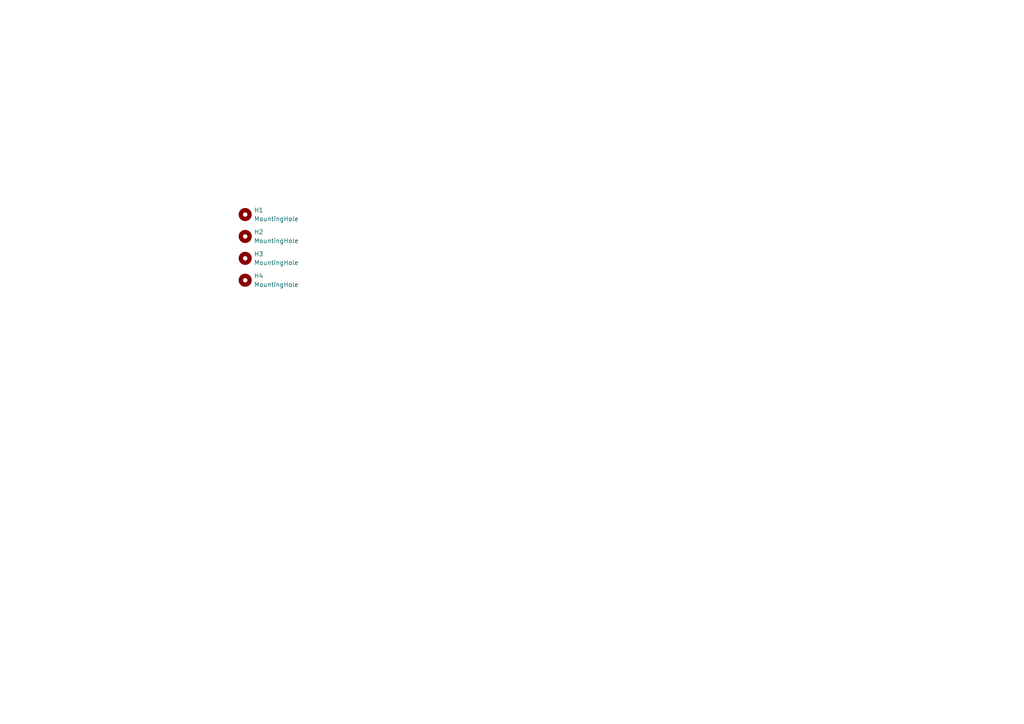
<source format=kicad_sch>
(kicad_sch (version 20231120) (generator "eeschema") (generator_version "8.0")
  (paper "A4")
  (title_block (title "Felixmount") (date "2024-10-28") (rev "0.1") (company "Hexastorm") (comment 1 "Author: Rik Starmans"))
  (lib_symbols
    (symbol "Mechanical:MountingHole" (pin_names (offset 1.016)) (exclude_from_sim yes) (in_bom no)
      (property "Reference" "H" (at 0 5.08 0))
      (property "Value" "MountingHole" (at 0 3.175 0))
      (symbol "MountingHole_0_1"
        (circle (center 0 0) (radius 1.27) (stroke (width 1.27)))
      )
    )
  )
  (symbol (lib_id "Mechanical:MountingHole") (at 71.12 81.28 0) (unit 1) (exclude_from_sim yes) (in_bom no)
    (property "Reference" "H4" (at 73.66 80.0099 0) (effects (justify left)))
    (property "Value" "MountingHole" (at 73.66 82.5499 0) (effects (justify left)))
    (property "Footprint" "MountingHole:MountingHole_2.2mm_M2" (effects (hide yes)))
    (property "Description" "Mounting Hole without connection" (effects (hide yes)))
  )
  (symbol (lib_id "Mechanical:MountingHole") (at 71.12 74.93 0) (unit 1) (exclude_from_sim yes) (in_bom no)
    (property "Reference" "H3" (at 73.66 73.6599 0) (effects (justify left)))
    (property "Value" "MountingHole" (at 73.66 76.1999 0) (effects (justify left)))
    (property "Footprint" "MountingHole:MountingHole_2.2mm_M2" (effects (hide yes)))
    (property "Description" "Mounting Hole without connection" (effects (hide yes)))
  )
  (symbol (lib_id "Mechanical:MountingHole") (at 71.12 62.23 0) (unit 1) (exclude_from_sim yes) (in_bom no)
    (property "Reference" "H1" (at 73.66 60.9599 0) (effects (justify left)))
    (property "Value" "MountingHole" (at 73.66 63.4999 0) (effects (justify left)))
    (property "Footprint" "MountingHole:MountingHole_2.2mm_M2" (effects (hide yes)))
    (property "Description" "Mounting Hole without connection" (effects (hide yes)))
  )
  (symbol (lib_id "Mechanical:MountingHole") (at 71.12 68.58 0) (unit 1) (exclude_from_sim yes) (in_bom no)
    (property "Reference" "H2" (at 73.66 67.3099 0) (effects (justify left)))
    (property "Value" "MountingHole" (at 73.66 69.8499 0) (effects (justify left)))
    (property "Footprint" "MountingHole:MountingHole_2.2mm_M2" (effects (hide yes)))
    (property "Description" "Mounting Hole without connection" (effects (hide yes)))
  )
)
</source>
